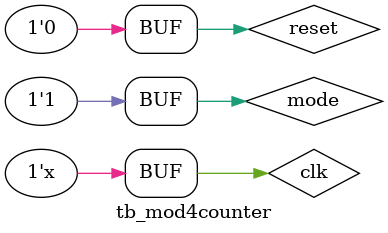
<source format=v>
module mod4count (
    out,reset,clk,mode
);
    output reg [3:0]out;
    input reset,mode,clk;

    always @(posedge clk ) begin
        case({reset,mode})
        2'b11:out=0;
        2'b10:out=0;
        2'b01:out=out-1;
        2'b00:out=out+1;
        endcase
    end
endmodule

//tb 
module tb_mod4counter (
    
);
    wire [3:0]out;
    reg reset,mode,clk;
    initial begin
        reset=1;
        clk=1;
        mode=0;
        #30;
        reset=0;
        mode=0;
        #60;
        reset=0;
        mode=1;
    end
    always #5 clk=~clk;

    mod4count a1(out,reset,clk,mode);
endmodule
</source>
